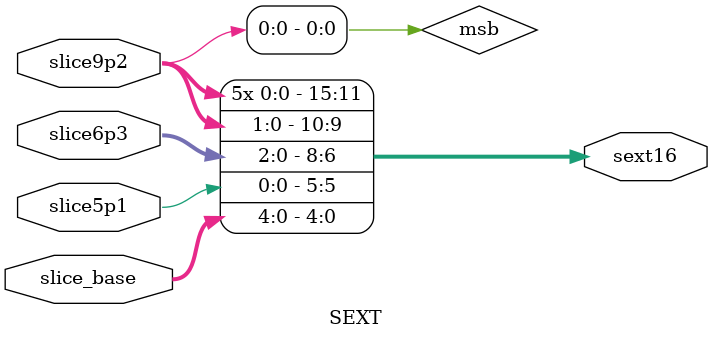
<source format=sv>


module SEXT
(
	input logic [4:0] slice_base,
	input logic slice5p1,
	input logic [2:0] slice6p3,
	input logic [1:0] slice9p2,
	output logic [15:0] sext16
);
	logic msb;
	always_comb
		begin
			msb = slice9p2[0];		//this is the leading bit that we want to sign extend
			sext16 = {msb, msb, msb, msb, msb, slice9p2, slice6p3, slice5p1, slice_base};
		end

endmodule

</source>
